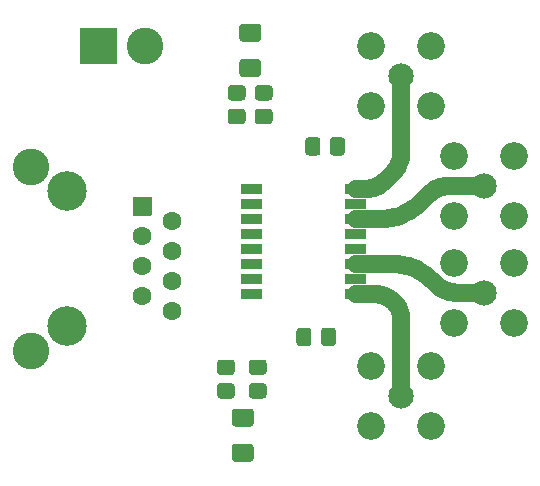
<source format=gts>
G04 #@! TF.GenerationSoftware,KiCad,Pcbnew,(5.1.12)-1*
G04 #@! TF.CreationDate,2021-12-16T15:17:12+01:00*
G04 #@! TF.ProjectId,rj45_mag_sma,726a3435-5f6d-4616-975f-736d612e6b69,rev?*
G04 #@! TF.SameCoordinates,Original*
G04 #@! TF.FileFunction,Soldermask,Top*
G04 #@! TF.FilePolarity,Negative*
%FSLAX46Y46*%
G04 Gerber Fmt 4.6, Leading zero omitted, Abs format (unit mm)*
G04 Created by KiCad (PCBNEW (5.1.12)-1) date 2021-12-16 15:17:12*
%MOMM*%
%LPD*%
G01*
G04 APERTURE LIST*
%ADD10C,1.500000*%
%ADD11C,2.350000*%
%ADD12C,2.150000*%
%ADD13C,3.350000*%
%ADD14C,3.100000*%
%ADD15C,1.600000*%
G04 APERTURE END LIST*
D10*
X129984353Y-92290325D02*
X130084464Y-92226930D01*
X131490132Y-90739851D02*
X131431725Y-90842953D01*
X129881251Y-92348731D02*
X129984353Y-92290325D01*
X131728811Y-90072789D02*
X131702848Y-90188405D01*
X129667079Y-92450027D02*
X129775408Y-92402008D01*
X131591428Y-90525679D02*
X131543409Y-90634008D01*
X131543409Y-90634008D02*
X131490132Y-90739851D01*
X129097438Y-92607668D02*
X129214189Y-92587410D01*
X129444008Y-92529843D02*
X129556523Y-92492673D01*
X130364485Y-92008399D02*
X130450306Y-91926692D01*
X131431725Y-90842953D02*
X131368331Y-90943064D01*
X131227198Y-91133359D02*
X131149800Y-91223085D01*
X128743200Y-92633800D02*
X127920200Y-92633800D01*
X129556523Y-92492673D02*
X129667079Y-92450027D01*
X133271772Y-93923000D02*
X133092321Y-94077796D01*
X131634074Y-90415123D02*
X131591428Y-90525679D01*
X130450306Y-91926692D02*
X131068093Y-91308906D01*
X130181344Y-92158699D02*
X130274759Y-92085797D01*
X129775408Y-92402008D02*
X129881251Y-92348731D01*
X131368331Y-90943064D02*
X131300100Y-91039944D01*
X131300100Y-91039944D02*
X131227198Y-91133359D01*
X131149800Y-91223085D02*
X131068093Y-91308906D01*
X128861659Y-92630891D02*
X128979834Y-92622174D01*
X129329805Y-92561448D02*
X129444008Y-92529843D01*
X130274759Y-92085797D02*
X130364485Y-92008399D01*
X128979834Y-92622174D02*
X129097438Y-92607668D01*
X133443413Y-93759586D02*
X133271772Y-93923000D01*
X131702848Y-90188405D02*
X131671244Y-90302608D01*
X129214189Y-92587410D02*
X129329805Y-92561448D01*
X131671244Y-90302608D02*
X131634074Y-90415123D01*
X131775200Y-89601800D02*
X131775200Y-83108800D01*
X131775200Y-89601800D02*
X131772291Y-89720259D01*
X131772291Y-89720259D02*
X131763574Y-89838434D01*
X131763574Y-89838434D02*
X131749069Y-89956038D01*
X130084464Y-92226930D02*
X130181344Y-92158699D01*
X131749069Y-89956038D02*
X131728811Y-90072789D01*
X128743200Y-92633800D02*
X128861659Y-92630891D01*
X134189911Y-93017198D02*
X134104092Y-93098906D01*
X135456961Y-92417929D02*
X135340209Y-92438187D01*
X136090561Y-101382669D02*
X135973810Y-101362411D01*
X136326340Y-101405891D02*
X136208165Y-101397174D01*
X135340209Y-92438187D02*
X135224593Y-92464150D01*
X133502107Y-99670746D02*
X133702329Y-99797536D01*
X131430818Y-94965889D02*
X131202411Y-95029097D01*
X132711729Y-94360062D02*
X132511507Y-94486852D01*
X135692740Y-92394707D02*
X135574565Y-92403424D01*
X131493068Y-99007050D02*
X131728277Y-99036060D01*
X130971179Y-95081022D02*
X130737677Y-95121539D01*
X134887319Y-92575570D02*
X134778989Y-92623589D01*
X133084218Y-99447380D02*
X133295904Y-99553934D01*
X132511507Y-94486852D02*
X132305304Y-94603664D01*
X130029200Y-95173800D02*
X127920200Y-95173800D01*
X134104092Y-93098906D02*
X133443413Y-93759586D01*
X131019800Y-98983800D02*
X131256719Y-98989616D01*
X131202411Y-95029097D02*
X130971179Y-95081022D01*
X132867558Y-99351342D02*
X133084218Y-99447380D01*
X133295904Y-99553934D02*
X133502107Y-99670746D01*
X132905490Y-94223601D02*
X132711729Y-94360062D01*
X134570045Y-92735272D02*
X134469933Y-92798667D01*
X134823512Y-100783400D02*
X134737693Y-100701693D01*
X135858193Y-101336449D02*
X135743990Y-101304844D01*
X135811200Y-92391800D02*
X135692740Y-92394707D01*
X131019800Y-98983800D02*
X127920200Y-98983800D01*
X135973810Y-101362411D02*
X135858193Y-101336449D01*
X135743990Y-101304844D02*
X135631475Y-101267674D01*
X135520920Y-101225028D02*
X135412590Y-101177009D01*
X135574565Y-92403424D02*
X135456961Y-92417929D01*
X131961779Y-99076576D02*
X132193011Y-99128501D01*
X134373053Y-92866897D02*
X134279637Y-92939800D01*
X132305304Y-94603664D02*
X132093618Y-94710218D01*
X131876958Y-94806257D02*
X131655847Y-94891549D01*
X130266119Y-95167983D02*
X130029200Y-95173800D01*
X131256719Y-98989616D02*
X131493068Y-99007050D01*
X135110390Y-92495754D02*
X134997875Y-92532924D01*
X134469933Y-92798667D02*
X134373053Y-92866897D01*
X136444800Y-101408800D02*
X138752200Y-101408800D01*
X135631475Y-101267674D02*
X135520920Y-101225028D01*
X134082921Y-100079802D02*
X134262372Y-100234598D01*
X134778989Y-92623589D02*
X134673146Y-92676866D01*
X132421418Y-99191710D02*
X132646447Y-99266050D01*
X135306747Y-101123732D02*
X135203645Y-101065326D01*
X134673146Y-92676866D02*
X134570045Y-92735272D01*
X134279637Y-92939800D02*
X134189911Y-93017198D01*
X131728277Y-99036060D02*
X131961779Y-99076576D01*
X132646447Y-99266050D02*
X132867558Y-99351342D01*
X134737693Y-100701693D02*
X134434013Y-100398013D01*
X132093618Y-94710218D02*
X131876958Y-94806257D01*
X131655847Y-94891549D02*
X131430818Y-94965889D01*
X136444800Y-101408800D02*
X136326340Y-101405891D01*
X130502468Y-95150549D02*
X130266119Y-95167983D01*
X135811200Y-92391800D02*
X138752200Y-92391800D01*
X134997875Y-92532924D02*
X134887319Y-92575570D01*
X134262372Y-100234598D02*
X134434013Y-100398013D01*
X130737677Y-95121539D02*
X130502468Y-95150549D01*
X135224593Y-92464150D02*
X135110390Y-92495754D01*
X132193011Y-99128501D02*
X132421418Y-99191710D01*
X133896090Y-99933997D02*
X134082921Y-100079802D01*
X135412590Y-101177009D02*
X135306747Y-101123732D01*
X133702329Y-99797536D02*
X133896090Y-99933997D01*
X136208165Y-101397174D02*
X136090561Y-101382669D01*
X133092321Y-94077796D02*
X132905490Y-94223601D01*
X135006654Y-100933700D02*
X134913238Y-100860798D01*
X134913238Y-100860798D02*
X134823512Y-100783400D01*
X129479800Y-101523800D02*
X129598259Y-101526708D01*
X131470048Y-102563250D02*
X131418875Y-102490589D01*
X129479800Y-101523800D02*
X127920200Y-101523800D01*
X131740408Y-103215957D02*
X131720936Y-103129245D01*
X129598259Y-101526708D02*
X129716434Y-101535425D01*
X129716434Y-101535425D02*
X129834038Y-101549930D01*
X130293123Y-101664925D02*
X130403678Y-101707570D01*
X130720953Y-101867273D02*
X130821064Y-101930668D01*
X130821064Y-101930668D02*
X130917944Y-101998898D01*
X131697233Y-103043592D02*
X131669356Y-102959206D01*
X131517594Y-102638333D02*
X131470048Y-102563250D01*
X131637371Y-102876289D02*
X131601357Y-102795042D01*
X131418875Y-102490589D02*
X131364198Y-102420528D01*
X129834038Y-101549930D02*
X129950789Y-101570188D01*
X129950789Y-101570188D02*
X130066405Y-101596150D01*
X130066405Y-101596150D02*
X130180608Y-101627755D01*
X130403678Y-101707570D02*
X130512008Y-101755590D01*
X130512008Y-101755590D02*
X130617851Y-101808867D01*
X130917944Y-101998898D02*
X131011359Y-102071800D01*
X131669356Y-102959206D02*
X131637371Y-102876289D01*
X131306150Y-102353233D02*
X131244869Y-102288869D01*
X131766481Y-103391724D02*
X131755602Y-103303520D01*
X131755602Y-103303520D02*
X131740408Y-103215957D01*
X131364198Y-102420528D02*
X131306150Y-102353233D01*
X131011359Y-102071800D02*
X131101085Y-102149198D01*
X131775200Y-103569200D02*
X131773018Y-103480355D01*
X131244869Y-102288869D02*
X131186906Y-102230906D01*
X131775200Y-103569200D02*
X131775200Y-110198800D01*
X131561399Y-102715659D02*
X131517594Y-102638333D01*
X131720936Y-103129245D02*
X131697233Y-103043592D01*
X130180608Y-101627755D02*
X130293123Y-101664925D01*
X131601357Y-102795042D02*
X131561399Y-102715659D01*
X130617851Y-101808867D02*
X130720953Y-101867273D01*
X131101085Y-102149198D02*
X131186906Y-102230906D01*
X131773018Y-103480355D02*
X131766481Y-103391724D01*
X135203645Y-101065326D02*
X135103534Y-101001931D01*
X135103534Y-101001931D02*
X135006654Y-100933700D01*
G36*
G01*
X118220200Y-93013800D02*
X118220200Y-92253800D01*
G75*
G02*
X118270200Y-92203800I50000J0D01*
G01*
X119970200Y-92203800D01*
G75*
G02*
X120020200Y-92253800I0J-50000D01*
G01*
X120020200Y-93013800D01*
G75*
G02*
X119970200Y-93063800I-50000J0D01*
G01*
X118270200Y-93063800D01*
G75*
G02*
X118220200Y-93013800I0J50000D01*
G01*
G37*
G36*
G01*
X118220200Y-94283800D02*
X118220200Y-93523800D01*
G75*
G02*
X118270200Y-93473800I50000J0D01*
G01*
X119970200Y-93473800D01*
G75*
G02*
X120020200Y-93523800I0J-50000D01*
G01*
X120020200Y-94283800D01*
G75*
G02*
X119970200Y-94333800I-50000J0D01*
G01*
X118270200Y-94333800D01*
G75*
G02*
X118220200Y-94283800I0J50000D01*
G01*
G37*
G36*
G01*
X118220200Y-95553800D02*
X118220200Y-94793800D01*
G75*
G02*
X118270200Y-94743800I50000J0D01*
G01*
X119970200Y-94743800D01*
G75*
G02*
X120020200Y-94793800I0J-50000D01*
G01*
X120020200Y-95553800D01*
G75*
G02*
X119970200Y-95603800I-50000J0D01*
G01*
X118270200Y-95603800D01*
G75*
G02*
X118220200Y-95553800I0J50000D01*
G01*
G37*
G36*
G01*
X118220200Y-96823800D02*
X118220200Y-96063800D01*
G75*
G02*
X118270200Y-96013800I50000J0D01*
G01*
X119970200Y-96013800D01*
G75*
G02*
X120020200Y-96063800I0J-50000D01*
G01*
X120020200Y-96823800D01*
G75*
G02*
X119970200Y-96873800I-50000J0D01*
G01*
X118270200Y-96873800D01*
G75*
G02*
X118220200Y-96823800I0J50000D01*
G01*
G37*
G36*
G01*
X118220200Y-100633800D02*
X118220200Y-99873800D01*
G75*
G02*
X118270200Y-99823800I50000J0D01*
G01*
X119970200Y-99823800D01*
G75*
G02*
X120020200Y-99873800I0J-50000D01*
G01*
X120020200Y-100633800D01*
G75*
G02*
X119970200Y-100683800I-50000J0D01*
G01*
X118270200Y-100683800D01*
G75*
G02*
X118220200Y-100633800I0J50000D01*
G01*
G37*
G36*
G01*
X118220200Y-98093800D02*
X118220200Y-97333800D01*
G75*
G02*
X118270200Y-97283800I50000J0D01*
G01*
X119970200Y-97283800D01*
G75*
G02*
X120020200Y-97333800I0J-50000D01*
G01*
X120020200Y-98093800D01*
G75*
G02*
X119970200Y-98143800I-50000J0D01*
G01*
X118270200Y-98143800D01*
G75*
G02*
X118220200Y-98093800I0J50000D01*
G01*
G37*
G36*
G01*
X118220200Y-99363800D02*
X118220200Y-98603800D01*
G75*
G02*
X118270200Y-98553800I50000J0D01*
G01*
X119970200Y-98553800D01*
G75*
G02*
X120020200Y-98603800I0J-50000D01*
G01*
X120020200Y-99363800D01*
G75*
G02*
X119970200Y-99413800I-50000J0D01*
G01*
X118270200Y-99413800D01*
G75*
G02*
X118220200Y-99363800I0J50000D01*
G01*
G37*
G36*
G01*
X118220200Y-101903800D02*
X118220200Y-101143800D01*
G75*
G02*
X118270200Y-101093800I50000J0D01*
G01*
X119970200Y-101093800D01*
G75*
G02*
X120020200Y-101143800I0J-50000D01*
G01*
X120020200Y-101903800D01*
G75*
G02*
X119970200Y-101953800I-50000J0D01*
G01*
X118270200Y-101953800D01*
G75*
G02*
X118220200Y-101903800I0J50000D01*
G01*
G37*
G36*
G01*
X127020200Y-95553800D02*
X127020200Y-94793800D01*
G75*
G02*
X127070200Y-94743800I50000J0D01*
G01*
X128770200Y-94743800D01*
G75*
G02*
X128820200Y-94793800I0J-50000D01*
G01*
X128820200Y-95553800D01*
G75*
G02*
X128770200Y-95603800I-50000J0D01*
G01*
X127070200Y-95603800D01*
G75*
G02*
X127020200Y-95553800I0J50000D01*
G01*
G37*
G36*
G01*
X127020200Y-99363800D02*
X127020200Y-98603800D01*
G75*
G02*
X127070200Y-98553800I50000J0D01*
G01*
X128770200Y-98553800D01*
G75*
G02*
X128820200Y-98603800I0J-50000D01*
G01*
X128820200Y-99363800D01*
G75*
G02*
X128770200Y-99413800I-50000J0D01*
G01*
X127070200Y-99413800D01*
G75*
G02*
X127020200Y-99363800I0J50000D01*
G01*
G37*
G36*
G01*
X127020200Y-101903800D02*
X127020200Y-101143800D01*
G75*
G02*
X127070200Y-101093800I50000J0D01*
G01*
X128770200Y-101093800D01*
G75*
G02*
X128820200Y-101143800I0J-50000D01*
G01*
X128820200Y-101903800D01*
G75*
G02*
X128770200Y-101953800I-50000J0D01*
G01*
X127070200Y-101953800D01*
G75*
G02*
X127020200Y-101903800I0J50000D01*
G01*
G37*
G36*
G01*
X127020200Y-94283800D02*
X127020200Y-93523800D01*
G75*
G02*
X127070200Y-93473800I50000J0D01*
G01*
X128770200Y-93473800D01*
G75*
G02*
X128820200Y-93523800I0J-50000D01*
G01*
X128820200Y-94283800D01*
G75*
G02*
X128770200Y-94333800I-50000J0D01*
G01*
X127070200Y-94333800D01*
G75*
G02*
X127020200Y-94283800I0J50000D01*
G01*
G37*
G36*
G01*
X127020200Y-100633800D02*
X127020200Y-99873800D01*
G75*
G02*
X127070200Y-99823800I50000J0D01*
G01*
X128770200Y-99823800D01*
G75*
G02*
X128820200Y-99873800I0J-50000D01*
G01*
X128820200Y-100633800D01*
G75*
G02*
X128770200Y-100683800I-50000J0D01*
G01*
X127070200Y-100683800D01*
G75*
G02*
X127020200Y-100633800I0J50000D01*
G01*
G37*
G36*
G01*
X127020200Y-96823800D02*
X127020200Y-96063800D01*
G75*
G02*
X127070200Y-96013800I50000J0D01*
G01*
X128770200Y-96013800D01*
G75*
G02*
X128820200Y-96063800I0J-50000D01*
G01*
X128820200Y-96823800D01*
G75*
G02*
X128770200Y-96873800I-50000J0D01*
G01*
X127070200Y-96873800D01*
G75*
G02*
X127020200Y-96823800I0J50000D01*
G01*
G37*
G36*
G01*
X127020200Y-93013800D02*
X127020200Y-92253800D01*
G75*
G02*
X127070200Y-92203800I50000J0D01*
G01*
X128770200Y-92203800D01*
G75*
G02*
X128820200Y-92253800I0J-50000D01*
G01*
X128820200Y-93013800D01*
G75*
G02*
X128770200Y-93063800I-50000J0D01*
G01*
X127070200Y-93063800D01*
G75*
G02*
X127020200Y-93013800I0J50000D01*
G01*
G37*
G36*
G01*
X127020200Y-98093800D02*
X127020200Y-97333800D01*
G75*
G02*
X127070200Y-97283800I50000J0D01*
G01*
X128770200Y-97283800D01*
G75*
G02*
X128820200Y-97333800I0J-50000D01*
G01*
X128820200Y-98093800D01*
G75*
G02*
X128770200Y-98143800I-50000J0D01*
G01*
X127070200Y-98143800D01*
G75*
G02*
X127020200Y-98093800I0J50000D01*
G01*
G37*
G36*
G01*
X119154832Y-107078000D02*
X120113168Y-107078000D01*
G75*
G02*
X120384000Y-107348832I0J-270832D01*
G01*
X120384000Y-108107168D01*
G75*
G02*
X120113168Y-108378000I-270832J0D01*
G01*
X119154832Y-108378000D01*
G75*
G02*
X118884000Y-108107168I0J270832D01*
G01*
X118884000Y-107348832D01*
G75*
G02*
X119154832Y-107078000I270832J0D01*
G01*
G37*
G36*
G01*
X119154832Y-109078000D02*
X120113168Y-109078000D01*
G75*
G02*
X120384000Y-109348832I0J-270832D01*
G01*
X120384000Y-110107168D01*
G75*
G02*
X120113168Y-110378000I-270832J0D01*
G01*
X119154832Y-110378000D01*
G75*
G02*
X118884000Y-110107168I0J270832D01*
G01*
X118884000Y-109348832D01*
G75*
G02*
X119154832Y-109078000I270832J0D01*
G01*
G37*
G36*
G01*
X116462432Y-109078000D02*
X117420768Y-109078000D01*
G75*
G02*
X117691600Y-109348832I0J-270832D01*
G01*
X117691600Y-110107168D01*
G75*
G02*
X117420768Y-110378000I-270832J0D01*
G01*
X116462432Y-110378000D01*
G75*
G02*
X116191600Y-110107168I0J270832D01*
G01*
X116191600Y-109348832D01*
G75*
G02*
X116462432Y-109078000I270832J0D01*
G01*
G37*
G36*
G01*
X116462432Y-107078000D02*
X117420768Y-107078000D01*
G75*
G02*
X117691600Y-107348832I0J-270832D01*
G01*
X117691600Y-108107168D01*
G75*
G02*
X117420768Y-108378000I-270832J0D01*
G01*
X116462432Y-108378000D01*
G75*
G02*
X116191600Y-108107168I0J270832D01*
G01*
X116191600Y-107348832D01*
G75*
G02*
X116462432Y-107078000I270832J0D01*
G01*
G37*
D11*
X136212200Y-94931800D03*
X136212200Y-89851800D03*
X141292200Y-89851800D03*
X141292200Y-94931800D03*
D12*
X138752200Y-92391800D03*
G36*
G01*
X117706543Y-111226100D02*
X119021457Y-111226100D01*
G75*
G02*
X119289000Y-111493643I0J-267543D01*
G01*
X119289000Y-112483557D01*
G75*
G02*
X119021457Y-112751100I-267543J0D01*
G01*
X117706543Y-112751100D01*
G75*
G02*
X117439000Y-112483557I0J267543D01*
G01*
X117439000Y-111493643D01*
G75*
G02*
X117706543Y-111226100I267543J0D01*
G01*
G37*
G36*
G01*
X117706543Y-114201100D02*
X119021457Y-114201100D01*
G75*
G02*
X119289000Y-114468643I0J-267543D01*
G01*
X119289000Y-115458557D01*
G75*
G02*
X119021457Y-115726100I-267543J0D01*
G01*
X117706543Y-115726100D01*
G75*
G02*
X117439000Y-115458557I0J267543D01*
G01*
X117439000Y-114468643D01*
G75*
G02*
X117706543Y-114201100I267543J0D01*
G01*
G37*
X138752200Y-101408800D03*
D11*
X141292200Y-103948800D03*
X141292200Y-98868800D03*
X136212200Y-98868800D03*
X136212200Y-103948800D03*
D12*
X131775200Y-83108800D03*
D11*
X134315200Y-85648800D03*
X134315200Y-80568800D03*
X129235200Y-80568800D03*
X129235200Y-85648800D03*
X129235200Y-112738800D03*
X129235200Y-107658800D03*
X134315200Y-107658800D03*
X134315200Y-112738800D03*
D12*
X131775200Y-110198800D03*
G36*
G01*
X126262000Y-104652276D02*
X126262000Y-105659724D01*
G75*
G02*
X125990724Y-105931000I-271276J0D01*
G01*
X125258276Y-105931000D01*
G75*
G02*
X124987000Y-105659724I0J271276D01*
G01*
X124987000Y-104652276D01*
G75*
G02*
X125258276Y-104381000I271276J0D01*
G01*
X125990724Y-104381000D01*
G75*
G02*
X126262000Y-104652276I0J-271276D01*
G01*
G37*
G36*
G01*
X124187000Y-104652276D02*
X124187000Y-105659724D01*
G75*
G02*
X123915724Y-105931000I-271276J0D01*
G01*
X123183276Y-105931000D01*
G75*
G02*
X122912000Y-105659724I0J271276D01*
G01*
X122912000Y-104652276D01*
G75*
G02*
X123183276Y-104381000I271276J0D01*
G01*
X123915724Y-104381000D01*
G75*
G02*
X124187000Y-104652276I0J-271276D01*
G01*
G37*
G36*
G01*
X124949000Y-88523276D02*
X124949000Y-89530724D01*
G75*
G02*
X124677724Y-89802000I-271276J0D01*
G01*
X123945276Y-89802000D01*
G75*
G02*
X123674000Y-89530724I0J271276D01*
G01*
X123674000Y-88523276D01*
G75*
G02*
X123945276Y-88252000I271276J0D01*
G01*
X124677724Y-88252000D01*
G75*
G02*
X124949000Y-88523276I0J-271276D01*
G01*
G37*
G36*
G01*
X127024000Y-88523276D02*
X127024000Y-89530724D01*
G75*
G02*
X126752724Y-89802000I-271276J0D01*
G01*
X126020276Y-89802000D01*
G75*
G02*
X125749000Y-89530724I0J271276D01*
G01*
X125749000Y-88523276D01*
G75*
G02*
X126020276Y-88252000I271276J0D01*
G01*
X126752724Y-88252000D01*
G75*
G02*
X127024000Y-88523276I0J-271276D01*
G01*
G37*
G36*
G01*
X119656457Y-83149000D02*
X118341543Y-83149000D01*
G75*
G02*
X118074000Y-82881457I0J267543D01*
G01*
X118074000Y-81891543D01*
G75*
G02*
X118341543Y-81624000I267543J0D01*
G01*
X119656457Y-81624000D01*
G75*
G02*
X119924000Y-81891543I0J-267543D01*
G01*
X119924000Y-82881457D01*
G75*
G02*
X119656457Y-83149000I-267543J0D01*
G01*
G37*
G36*
G01*
X119656457Y-80174000D02*
X118341543Y-80174000D01*
G75*
G02*
X118074000Y-79906457I0J267543D01*
G01*
X118074000Y-78916543D01*
G75*
G02*
X118341543Y-78649000I267543J0D01*
G01*
X119656457Y-78649000D01*
G75*
G02*
X119924000Y-78916543I0J-267543D01*
G01*
X119924000Y-79906457D01*
G75*
G02*
X119656457Y-80174000I-267543J0D01*
G01*
G37*
D13*
X103505000Y-104267000D03*
D14*
X100455000Y-106322000D03*
D13*
X103505000Y-92837000D03*
D15*
X109855000Y-96647000D03*
X109855000Y-99187000D03*
X112395000Y-97917000D03*
X109855000Y-101727000D03*
G36*
G01*
X110605000Y-94907000D02*
X109105000Y-94907000D01*
G75*
G02*
X109055000Y-94857000I0J50000D01*
G01*
X109055000Y-93357000D01*
G75*
G02*
X109105000Y-93307000I50000J0D01*
G01*
X110605000Y-93307000D01*
G75*
G02*
X110655000Y-93357000I0J-50000D01*
G01*
X110655000Y-94857000D01*
G75*
G02*
X110605000Y-94907000I-50000J0D01*
G01*
G37*
X112395000Y-95377000D03*
D14*
X100455000Y-90782000D03*
D15*
X112395000Y-102997000D03*
X112395000Y-100457000D03*
G36*
G01*
X104622000Y-82018000D02*
X104622000Y-79018000D01*
G75*
G02*
X104672000Y-78968000I50000J0D01*
G01*
X107672000Y-78968000D01*
G75*
G02*
X107722000Y-79018000I0J-50000D01*
G01*
X107722000Y-82018000D01*
G75*
G02*
X107672000Y-82068000I-50000J0D01*
G01*
X104672000Y-82068000D01*
G75*
G02*
X104622000Y-82018000I0J50000D01*
G01*
G37*
D14*
X110052000Y-80518000D03*
G36*
G01*
X118335168Y-87145999D02*
X117376832Y-87145999D01*
G75*
G02*
X117106000Y-86875167I0J270832D01*
G01*
X117106000Y-86116831D01*
G75*
G02*
X117376832Y-85845999I270832J0D01*
G01*
X118335168Y-85845999D01*
G75*
G02*
X118606000Y-86116831I0J-270832D01*
G01*
X118606000Y-86875167D01*
G75*
G02*
X118335168Y-87145999I-270832J0D01*
G01*
G37*
G36*
G01*
X118335168Y-85145999D02*
X117376832Y-85145999D01*
G75*
G02*
X117106000Y-84875167I0J270832D01*
G01*
X117106000Y-84116831D01*
G75*
G02*
X117376832Y-83845999I270832J0D01*
G01*
X118335168Y-83845999D01*
G75*
G02*
X118606000Y-84116831I0J-270832D01*
G01*
X118606000Y-84875167D01*
G75*
G02*
X118335168Y-85145999I-270832J0D01*
G01*
G37*
G36*
G01*
X120621168Y-85145999D02*
X119662832Y-85145999D01*
G75*
G02*
X119392000Y-84875167I0J270832D01*
G01*
X119392000Y-84116831D01*
G75*
G02*
X119662832Y-83845999I270832J0D01*
G01*
X120621168Y-83845999D01*
G75*
G02*
X120892000Y-84116831I0J-270832D01*
G01*
X120892000Y-84875167D01*
G75*
G02*
X120621168Y-85145999I-270832J0D01*
G01*
G37*
G36*
G01*
X120621168Y-87145999D02*
X119662832Y-87145999D01*
G75*
G02*
X119392000Y-86875167I0J270832D01*
G01*
X119392000Y-86116831D01*
G75*
G02*
X119662832Y-85845999I270832J0D01*
G01*
X120621168Y-85845999D01*
G75*
G02*
X120892000Y-86116831I0J-270832D01*
G01*
X120892000Y-86875167D01*
G75*
G02*
X120621168Y-87145999I-270832J0D01*
G01*
G37*
M02*

</source>
